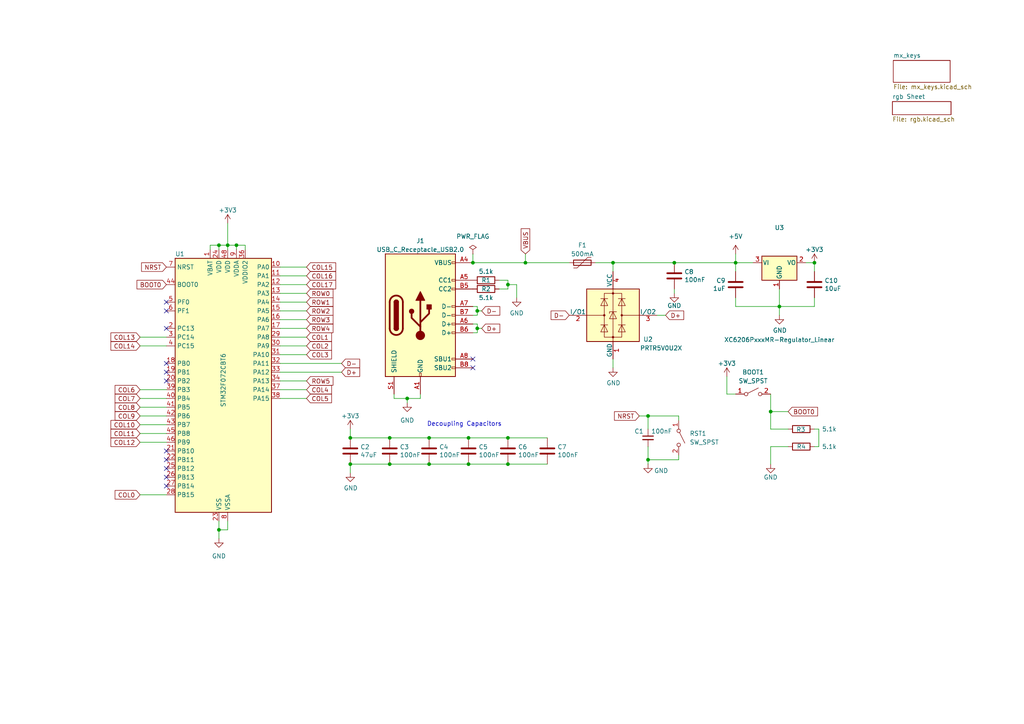
<source format=kicad_sch>
(kicad_sch (version 20231120) (generator "eeschema") (generator_version "8.0")
  (paper "A4")
  (title_block (title "Mioke80 Keyboard  QMK") (date "2024-07-25") (rev "1.0") (company "Michael O'Toole") (comment 1 "Open Source Hardware") (comment 2 "STM32F072CBT6"))
  (lib_symbols
    (symbol "Connector:USB_C_Receptacle_USB2.0" (pin_names (offset 1.016))
      (property "Reference" "J" (at -10.16 19.05 0))
      (property "Value" "USB_C_Receptacle_USB2.0" (at 19.05 19.05 0))
      (symbol "USB_C_Receptacle_USB2.0_0_0"
        (rectangle (start -0.254 -17.78) (end 0.254 -16.764))
        (rectangle (start 10.16 -14.986) (end 9.144 -15.494))
        (rectangle (start 10.16 -12.446) (end 9.144 -12.954))
        (rectangle (start 10.16 -4.826) (end 9.144 -5.334))
        (rectangle (start 10.16 -2.286) (end 9.144 -2.794))
        (rectangle (start 10.16 0.254) (end 9.144 -0.254))
        (rectangle (start 10.16 2.794) (end 9.144 2.286))
        (rectangle (start 10.16 7.874) (end 9.144 7.366))
        (rectangle (start 10.16 10.414) (end 9.144 9.906))
        (rectangle (start 10.16 15.494) (end 9.144 14.986))
      )
      (symbol "USB_C_Receptacle_USB2.0_0_1"
        (rectangle (start -10.16 17.78) (end 10.16 -17.78) (stroke (width 0.254)) (fill (type background)))
        (arc (start -8.89 -3.81) (mid -6.985 -5.7067) (end -5.08 -3.81) (stroke (width 0.508)))
        (arc (start -7.62 -3.81) (mid -6.985 -4.4423) (end -6.35 -3.81) (stroke (width 0.254)))
        (arc (start -7.62 -3.81) (mid -6.985 -4.4423) (end -6.35 -3.81) (stroke (width 0.254)) (fill (type outline)))
        (rectangle (start -7.62 -3.81) (end -6.35 3.81) (stroke (width 0.254)) (fill (type outline)))
        (arc (start -6.35 3.81) (mid -6.985 4.4423) (end -7.62 3.81) (stroke (width 0.254)))
        (arc (start -6.35 3.81) (mid -6.985 4.4423) (end -7.62 3.81) (stroke (width 0.254)) (fill (type outline)))
        (arc (start -5.08 3.81) (mid -6.985 5.7067) (end -8.89 3.81) (stroke (width 0.508)))
        (circle (center -2.54 1.143) (radius 0.635) (stroke (width 0.254)) (fill (type outline)))
        (circle (center 0 -5.842) (radius 1.27) (fill (type outline)))
        (polyline (pts (xy -8.89 -3.81) (xy -8.89 3.81)) (stroke (width 0.508)))
        (polyline (pts (xy -5.08 3.81) (xy -5.08 -3.81)) (stroke (width 0.508)))
        (polyline (pts (xy 0 -5.842) (xy 0 4.318)) (stroke (width 0.508)))
        (polyline (pts (xy 0 -3.302) (xy -2.54 -0.762) (xy -2.54 0.508)) (stroke (width 0.508)))
        (polyline (pts (xy 0 -2.032) (xy 2.54 0.508) (xy 2.54 1.778)) (stroke (width 0.508)))
        (polyline (pts (xy -1.27 4.318) (xy 0 6.858) (xy 1.27 4.318) (xy -1.27 4.318)) (stroke (width 0.254)) (fill (type outline)))
        (rectangle (start 1.905 1.778) (end 3.175 3.048) (stroke (width 0.254)) (fill (type outline)))
      )
      (symbol "USB_C_Receptacle_USB2.0_1_1"
        (pin passive line (at 0 -22.86 90) (length 5.08) (name "GND") (number "A1"))
        (pin passive line (at 0 -22.86 90) (length 5.08) hide (name "GND") (number "A12"))
        (pin passive line (at 15.24 15.24 180) (length 5.08) (name "VBUS") (number "A4"))
        (pin bidirectional line (at 15.24 10.16 180) (length 5.08) (name "CC1") (number "A5"))
        (pin bidirectional line (at 15.24 -2.54 180) (length 5.08) (name "D+") (number "A6"))
        (pin bidirectional line (at 15.24 2.54 180) (length 5.08) (name "D-") (number "A7"))
        (pin bidirectional line (at 15.24 -12.7 180) (length 5.08) (name "SBU1") (number "A8"))
        (pin passive line (at 15.24 15.24 180) (length 5.08) hide (name "VBUS") (number "A9"))
        (pin passive line (at 0 -22.86 90) (length 5.08) hide (name "GND") (number "B1"))
        (pin passive line (at 0 -22.86 90) (length 5.08) hide (name "GND") (number "B12"))
        (pin passive line (at 15.24 15.24 180) (length 5.08) hide (name "VBUS") (number "B4"))
        (pin bidirectional line (at 15.24 7.62 180) (length 5.08) (name "CC2") (number "B5"))
        (pin bidirectional line (at 15.24 -5.08 180) (length 5.08) (name "D+") (number "B6"))
        (pin bidirectional line (at 15.24 0 180) (length 5.08) (name "D-") (number "B7"))
        (pin bidirectional line (at 15.24 -15.24 180) (length 5.08) (name "SBU2") (number "B8"))
        (pin passive line (at 15.24 15.24 180) (length 5.08) hide (name "VBUS") (number "B9"))
        (pin passive line (at -7.62 -22.86 90) (length 5.08) (name "SHIELD") (number "S1"))
      )
    )
    (symbol "Device:C" (pin_numbers hide) (pin_names (offset 0.254))
      (property "Reference" "C" (at 0.635 2.54 0))
      (property "Value" "C" (at 0.635 -2.54 0))
      (symbol "C_0_1"
        (polyline (pts (xy -2.032 -0.762) (xy 2.032 -0.762)) (stroke (width 0.508)))
        (polyline (pts (xy -2.032 0.762) (xy 2.032 0.762)) (stroke (width 0.508)))
      )
      (symbol "C_1_1"
        (pin passive line (at 0 3.81 270) (length 2.794) (name "~") (number "1"))
        (pin passive line (at 0 -3.81 90) (length 2.794) (name "~") (number "2"))
      )
    )
    (symbol "Device:C_Small" (pin_numbers hide) (pin_names (offset 0.254) hide)
      (property "Reference" "C" (at 0.254 1.778 0))
      (property "Value" "C_Small" (at 0.254 -2.032 0))
      (symbol "C_Small_0_1"
        (polyline (pts (xy -1.524 -0.508) (xy 1.524 -0.508)) (stroke (width 0.3302)))
        (polyline (pts (xy -1.524 0.508) (xy 1.524 0.508)) (stroke (width 0.3048)))
      )
      (symbol "C_Small_1_1"
        (pin passive line (at 0 2.54 270) (length 2.032) (name "~") (number "1"))
        (pin passive line (at 0 -2.54 90) (length 2.032) (name "~") (number "2"))
      )
    )
    (symbol "Device:Polyfuse" (pin_numbers hide) (pin_names (offset 0))
      (property "Reference" "F" (at -2.54 0 90))
      (property "Value" "Polyfuse" (at 2.54 0 90))
      (symbol "Polyfuse_0_1"
        (rectangle (start -0.762 2.54) (end 0.762 -2.54) (stroke (width 0.254)))
        (polyline (pts (xy 0 2.54) (xy 0 -2.54)))
        (polyline (pts (xy -1.524 2.54) (xy -1.524 1.524) (xy 1.524 -1.524) (xy 1.524 -2.54)))
      )
      (symbol "Polyfuse_1_1"
        (pin passive line (at 0 3.81 270) (length 1.27) (name "~") (number "1"))
        (pin passive line (at 0 -3.81 90) (length 1.27) (name "~") (number "2"))
      )
    )
    (symbol "Device:R" (pin_numbers hide) (pin_names (offset 0))
      (property "Reference" "R" (at 2.032 0 90))
      (property "Value" "R" (at 0 0 90))
      (symbol "R_0_1"
        (rectangle (start -1.016 -2.54) (end 1.016 2.54) (stroke (width 0.254)))
      )
      (symbol "R_1_1"
        (pin passive line (at 0 3.81 270) (length 1.27) (name "~") (number "1"))
        (pin passive line (at 0 -3.81 90) (length 1.27) (name "~") (number "2"))
      )
    )
    (symbol "MCU_ST_STM32F0:STM32F072CBTx"
      (property "Reference" "U" (at -12.7 39.37 0))
      (property "Value" "STM32F072CBTx" (at 10.16 39.37 0))
      (symbol "STM32F072CBTx_0_1"
        (rectangle (start -12.7 -35.56) (end 15.24 38.1) (stroke (width 0.254)) (fill (type background)))
      )
      (symbol "STM32F072CBTx_1_1"
        (pin power_in line (at -2.54 40.64 270) (length 2.54) (name "VBAT") (number "1"))
        (pin bidirectional line (at 17.78 35.56 180) (length 2.54) (name "PA0") (number "10"))
        (pin bidirectional line (at 17.78 33.02 180) (length 2.54) (name "PA1") (number "11"))
        (pin bidirectional line (at 17.78 30.48 180) (length 2.54) (name "PA2") (number "12"))
        (pin bidirectional line (at 17.78 27.94 180) (length 2.54) (name "PA3") (number "13"))
        (pin bidirectional line (at 17.78 25.4 180) (length 2.54) (name "PA4") (number "14"))
        (pin bidirectional line (at 17.78 22.86 180) (length 2.54) (name "PA5") (number "15"))
        (pin bidirectional line (at 17.78 20.32 180) (length 2.54) (name "PA6") (number "16"))
        (pin bidirectional line (at 17.78 17.78 180) (length 2.54) (name "PA7") (number "17"))
        (pin bidirectional line (at -15.24 7.62 0) (length 2.54) (name "PB0") (number "18"))
        (pin bidirectional line (at -15.24 5.08 0) (length 2.54) (name "PB1") (number "19"))
        (pin bidirectional line (at -15.24 17.78 0) (length 2.54) (name "PC13") (number "2"))
        (pin bidirectional line (at -15.24 2.54 0) (length 2.54) (name "PB2") (number "20"))
        (pin bidirectional line (at -15.24 -17.78 0) (length 2.54) (name "PB10") (number "21"))
        (pin bidirectional line (at -15.24 -20.32 0) (length 2.54) (name "PB11") (number "22"))
        (pin power_in line (at 0 -38.1 90) (length 2.54) (name "VSS") (number "23"))
        (pin power_in line (at 0 40.64 270) (length 2.54) (name "VDD") (number "24"))
        (pin bidirectional line (at -15.24 -22.86 0) (length 2.54) (name "PB12") (number "25"))
        (pin bidirectional line (at -15.24 -25.4 0) (length 2.54) (name "PB13") (number "26"))
        (pin bidirectional line (at -15.24 -27.94 0) (length 2.54) (name "PB14") (number "27"))
        (pin bidirectional line (at -15.24 -30.48 0) (length 2.54) (name "PB15") (number "28"))
        (pin bidirectional line (at 17.78 15.24 180) (length 2.54) (name "PA8") (number "29"))
        (pin bidirectional line (at -15.24 15.24 0) (length 2.54) (name "PC14") (number "3"))
        (pin bidirectional line (at 17.78 12.7 180) (length 2.54) (name "PA9") (number "30"))
        (pin bidirectional line (at 17.78 10.16 180) (length 2.54) (name "PA10") (number "31"))
        (pin bidirectional line (at 17.78 7.62 180) (length 2.54) (name "PA11") (number "32"))
        (pin bidirectional line (at 17.78 5.08 180) (length 2.54) (name "PA12") (number "33"))
        (pin bidirectional line (at 17.78 2.54 180) (length 2.54) (name "PA13") (number "34"))
        (pin passive line (at 0 -38.1 90) (length 2.54) hide (name "VSS") (number "35"))
        (pin power_in line (at 7.62 40.64 270) (length 2.54) (name "VDDIO2") (number "36"))
        (pin bidirectional line (at 17.78 0 180) (length 2.54) (name "PA14") (number "37"))
        (pin bidirectional line (at 17.78 -2.54 180) (length 2.54) (name "PA15") (number "38"))
        (pin bidirectional line (at -15.24 0 0) (length 2.54) (name "PB3") (number "39"))
        (pin bidirectional line (at -15.24 12.7 0) (length 2.54) (name "PC15") (number "4"))
        (pin bidirectional line (at -15.24 -2.54 0) (length 2.54) (name "PB4") (number "40"))
        (pin bidirectional line (at -15.24 -5.08 0) (length 2.54) (name "PB5") (number "41"))
        (pin bidirectional line (at -15.24 -7.62 0) (length 2.54) (name "PB6") (number "42"))
        (pin bidirectional line (at -15.24 -10.16 0) (length 2.54) (name "PB7") (number "43"))
        (pin input line (at -15.24 30.48 0) (length 2.54) (name "BOOT0") (number "44"))
        (pin bidirectional line (at -15.24 -12.7 0) (length 2.54) (name "PB8") (number "45"))
        (pin bidirectional line (at -15.24 -15.24 0) (length 2.54) (name "PB9") (number "46"))
        (pin passive line (at 0 -38.1 90) (length 2.54) hide (name "VSS") (number "47"))
        (pin power_in line (at 2.54 40.64 270) (length 2.54) (name "VDD") (number "48"))
        (pin bidirectional line (at -15.24 25.4 0) (length 2.54) (name "PF0") (number "5"))
        (pin bidirectional line (at -15.24 22.86 0) (length 2.54) (name "PF1") (number "6"))
        (pin input line (at -15.24 35.56 0) (length 2.54) (name "NRST") (number "7"))
        (pin power_in line (at 2.54 -38.1 90) (length 2.54) (name "VSSA") (number "8"))
        (pin power_in line (at 5.08 40.64 270) (length 2.54) (name "VDDA") (number "9"))
      )
    )
    (symbol "Power_Protection:PRTR5V0U2X" (pin_names (offset 0))
      (property "Reference" "D" (at 2.794 8.636 0))
      (property "Value" "PRTR5V0U2X" (at 8.128 -9.398 0))
      (symbol "PRTR5V0U2X_0_1"
        (rectangle (start -7.62 -7.62) (end 7.62 7.62) (stroke (width 0.254)) (fill (type background)))
        (circle (center -2.54 0) (radius 0.254) (fill (type outline)))
        (rectangle (start -2.54 6.35) (end 2.54 -6.35))
        (circle (center 0 -6.35) (radius 0.254) (fill (type outline)))
        (polyline (pts (xy -2.54 0) (xy -7.62 0)))
        (polyline (pts (xy -1.524 -2.794) (xy -3.556 -2.794)))
        (polyline (pts (xy -1.524 4.826) (xy -3.556 4.826)))
        (polyline (pts (xy 0 -7.62) (xy 0 7.62)))
        (polyline (pts (xy 1.524 -2.794) (xy 3.556 -2.794)))
        (polyline (pts (xy 1.524 4.826) (xy 3.556 4.826)))
        (polyline (pts (xy 2.54 0) (xy 7.62 0)))
        (polyline (pts (xy 1.016 1.016) (xy -1.016 1.016) (xy -1.016 0.508)))
        (polyline (pts (xy -3.556 -4.826) (xy -1.524 -4.826) (xy -2.54 -2.794) (xy -3.556 -4.826)))
        (polyline (pts (xy -3.556 2.794) (xy -1.524 2.794) (xy -2.54 4.826) (xy -3.556 2.794)))
        (polyline (pts (xy -1.016 -1.016) (xy 1.016 -1.016) (xy 0 1.016) (xy -1.016 -1.016)))
        (polyline (pts (xy 3.556 -4.826) (xy 1.524 -4.826) (xy 2.54 -2.794) (xy 3.556 -4.826)))
        (polyline (pts (xy 3.556 2.794) (xy 1.524 2.794) (xy 2.54 4.826) (xy 3.556 2.794)))
        (circle (center 0 6.35) (radius 0.254) (fill (type outline)))
        (circle (center 2.54 0) (radius 0.254) (fill (type outline)))
      )
      (symbol "PRTR5V0U2X_1_1"
        (pin passive line (at 0 -12.7 90) (length 5.08) (name "GND") (number "1"))
        (pin passive line (at -12.7 0 0) (length 5.08) (name "I/O1") (number "2"))
        (pin passive line (at 12.7 0 180) (length 5.08) (name "I/O2") (number "3"))
        (pin passive line (at 0 12.7 270) (length 5.08) (name "VCC") (number "4"))
      )
    )
    (symbol "Switch:SW_SPST" (pin_names (offset 0) hide)
      (property "Reference" "SW" (at 0 3.175 0))
      (property "Value" "SW_SPST" (at 0 -2.54 0))
      (symbol "SW_SPST_0_0"
        (circle (center -2.032 0) (radius 0.508))
        (polyline (pts (xy -1.524 0.254) (xy 1.524 1.778)))
        (circle (center 2.032 0) (radius 0.508))
      )
      (symbol "SW_SPST_1_1"
        (pin passive line (at -5.08 0 0) (length 2.54) (name "A") (number "1"))
        (pin passive line (at 5.08 0 180) (length 2.54) (name "B") (number "2"))
      )
    )
    (symbol "kicad-keyboard-parts:XC6206PxxxMR-Regulator_Linear" (pin_names (offset 0.254))
      (property "Reference" "U" (at -3.81 3.175 0))
      (property "Value" "XC6206PxxxMR-Regulator_Linear" (at 0 3.175 0))
      (property "LCSC" "C5446" (at 0 0 0))
      (symbol "XC6206PxxxMR-Regulator_Linear_0_1"
        (rectangle (start -5.08 1.905) (end 5.08 -5.08) (stroke (width 0.254)) (fill (type background)))
      )
      (symbol "XC6206PxxxMR-Regulator_Linear_1_1"
        (pin power_in line (at 0 -7.62 90) (length 2.54) (name "GND") (number "1"))
        (pin power_out line (at 7.62 0 180) (length 2.54) (name "VO") (number "2"))
        (pin power_in line (at -7.62 0 0) (length 2.54) (name "VI") (number "3"))
      )
    )
    (symbol "power:+3V3" (power) (pin_names (offset 0))
      (property "Value" "+3V3" (at 0 3.556 0))
      (symbol "+3V3_0_1"
        (polyline (pts (xy -0.762 1.27) (xy 0 2.54)))
        (polyline (pts (xy 0 0) (xy 0 2.54)))
        (polyline (pts (xy 0 2.54) (xy 0.762 1.27)))
      )
      (symbol "+3V3_1_1"
        (pin power_in line (at 0 0 90) (length 0) hide (name "+3V3") (number "1"))
      )
    )
    (symbol "power:+5V" (power) (pin_names (offset 0))
      (property "Value" "+5V" (at 0 3.556 0))
      (symbol "+5V_0_1"
        (polyline (pts (xy -0.762 1.27) (xy 0 2.54)))
        (polyline (pts (xy 0 0) (xy 0 2.54)))
        (polyline (pts (xy 0 2.54) (xy 0.762 1.27)))
      )
      (symbol "+5V_1_1"
        (pin power_in line (at 0 0 90) (length 0) hide (name "+5V") (number "1"))
      )
    )
    (symbol "power:GND" (power) (pin_names (offset 0))
      (property "Value" "GND" (at 0 -3.81 0))
      (symbol "GND_0_1"
        (polyline (pts (xy 0 0) (xy 0 -1.27) (xy 1.27 -1.27) (xy 0 -2.54) (xy -1.27 -1.27) (xy 0 -1.27)))
      )
      (symbol "GND_1_1"
        (pin power_in line (at 0 0 270) (length 0) hide (name "GND") (number "1"))
      )
    )
    (symbol "power:PWR_FLAG" (power) (pin_numbers hide) (pin_names (offset 0) hide)
      (property "Value" "PWR_FLAG" (at 0 3.81 0))
      (symbol "PWR_FLAG_0_0"
        (pin power_out line (at 0 0 90) (length 0) (name "pwr") (number "1"))
      )
      (symbol "PWR_FLAG_0_1"
        (polyline (pts (xy 0 0) (xy 0 1.27) (xy -1.016 1.905) (xy 0 2.54) (xy 1.016 1.905) (xy 0 1.27)))
      )
    )
  )
  (junction (at 226.06 88.9))
  (junction (at 187.96 120.65))
  (junction (at 66.04 71.12))
  (junction (at 147.32 82.55))
  (junction (at 63.5 71.12))
  (junction (at 135.89 134.62))
  (junction (at 135.89 127))
  (junction (at 101.6 134.62))
  (junction (at 101.6 127))
  (junction (at 137.16 76.2))
  (junction (at 124.46 134.62))
  (junction (at 195.58 76.2))
  (junction (at 152.4 76.2))
  (junction (at 113.03 134.62))
  (junction (at 223.52 119.38))
  (junction (at 147.32 134.62))
  (junction (at 236.22 76.2))
  (junction (at 147.32 127))
  (junction (at 63.5 153.67))
  (junction (at 124.46 127))
  (junction (at 213.36 76.2))
  (junction (at 177.8 76.2))
  (junction (at 138.43 95.25))
  (junction (at 118.11 115.57))
  (junction (at 187.96 133.35))
  (junction (at 138.43 90.17))
  (junction (at 113.03 127))
  (junction (at 68.58 71.12))
  (no_connect (at 48.26 133.35))
  (no_connect (at 48.26 95.25))
  (no_connect (at 48.26 105.41))
  (no_connect (at 48.26 140.97))
  (no_connect (at 137.16 106.68))
  (no_connect (at 137.16 104.14))
  (no_connect (at 48.26 110.49))
  (no_connect (at 48.26 107.95))
  (no_connect (at 48.26 138.43))
  (no_connect (at 48.26 130.81))
  (no_connect (at 48.26 87.63))
  (no_connect (at 48.26 135.89))
  (no_connect (at 48.26 90.17))
  (wire (pts (xy 81.28 80.01) (xy 88.9 80.01)))
  (wire (pts (xy 147.32 134.62) (xy 158.75 134.62)))
  (wire (pts (xy 223.52 119.38) (xy 228.6 119.38)))
  (wire (pts (xy 137.16 96.52) (xy 138.43 96.52)))
  (wire (pts (xy 137.16 73.66) (xy 137.16 76.2)))
  (wire (pts (xy 196.85 120.65) (xy 196.85 121.92)))
  (wire (pts (xy 81.28 92.71) (xy 88.9 92.71)))
  (wire (pts (xy 177.8 76.2) (xy 195.58 76.2)))
  (wire (pts (xy 223.52 119.38) (xy 223.52 124.46)))
  (wire (pts (xy 223.52 129.54) (xy 228.6 129.54)))
  (wire (pts (xy 118.11 115.57) (xy 121.92 115.57)))
  (wire (pts (xy 71.12 71.12) (xy 71.12 72.39)))
  (wire (pts (xy 226.06 88.9) (xy 226.06 91.44)))
  (wire (pts (xy 137.16 88.9) (xy 138.43 88.9)))
  (wire (pts (xy 213.36 88.9) (xy 226.06 88.9)))
  (wire (pts (xy 81.28 95.25) (xy 88.9 95.25)))
  (wire (pts (xy 147.32 83.82) (xy 147.32 82.55)))
  (wire (pts (xy 66.04 64.77) (xy 66.04 71.12)))
  (wire (pts (xy 124.46 134.62) (xy 113.03 134.62)))
  (wire (pts (xy 144.78 83.82) (xy 147.32 83.82)))
  (wire (pts (xy 81.28 107.95) (xy 99.06 107.95)))
  (wire (pts (xy 138.43 90.17) (xy 138.43 91.44)))
  (wire (pts (xy 147.32 82.55) (xy 147.32 81.28)))
  (wire (pts (xy 213.36 114.3) (xy 210.82 114.3)))
  (wire (pts (xy 172.72 76.2) (xy 177.8 76.2)))
  (wire (pts (xy 118.11 116.84) (xy 118.11 115.57)))
  (wire (pts (xy 196.85 133.35) (xy 196.85 132.08)))
  (wire (pts (xy 68.58 71.12) (xy 68.58 72.39)))
  (wire (pts (xy 63.5 153.67) (xy 63.5 156.21)))
  (wire (pts (xy 147.32 82.55) (xy 149.86 82.55)))
  (wire (pts (xy 124.46 127) (xy 113.03 127)))
  (wire (pts (xy 68.58 71.12) (xy 71.12 71.12)))
  (wire (pts (xy 233.68 76.2) (xy 236.22 76.2)))
  (wire (pts (xy 213.36 76.2) (xy 213.36 78.74)))
  (wire (pts (xy 63.5 71.12) (xy 63.5 72.39)))
  (wire (pts (xy 187.96 120.65) (xy 196.85 120.65)))
  (wire (pts (xy 144.78 81.28) (xy 147.32 81.28)))
  (wire (pts (xy 213.36 86.36) (xy 213.36 88.9)))
  (wire (pts (xy 187.96 134.62) (xy 187.96 133.35)))
  (wire (pts (xy 81.28 100.33) (xy 88.9 100.33)))
  (wire (pts (xy 135.89 127) (xy 147.32 127)))
  (wire (pts (xy 81.28 110.49) (xy 88.9 110.49)))
  (wire (pts (xy 66.04 151.13) (xy 66.04 153.67)))
  (wire (pts (xy 210.82 114.3) (xy 210.82 109.22)))
  (wire (pts (xy 60.96 71.12) (xy 60.96 72.39)))
  (wire (pts (xy 81.28 102.87) (xy 88.9 102.87)))
  (wire (pts (xy 190.5 91.44) (xy 193.04 91.44)))
  (wire (pts (xy 40.64 115.57) (xy 48.26 115.57)))
  (wire (pts (xy 226.06 83.82) (xy 226.06 88.9)))
  (wire (pts (xy 195.58 83.82) (xy 195.58 85.09)))
  (wire (pts (xy 213.36 73.66) (xy 213.36 76.2)))
  (wire (pts (xy 124.46 127) (xy 135.89 127)))
  (wire (pts (xy 223.52 114.3) (xy 223.52 119.38)))
  (wire (pts (xy 68.58 71.12) (xy 66.04 71.12)))
  (wire (pts (xy 40.64 97.79) (xy 48.26 97.79)))
  (wire (pts (xy 101.6 137.16) (xy 101.6 134.62)))
  (wire (pts (xy 236.22 124.46) (xy 237.49 124.46)))
  (wire (pts (xy 40.64 120.65) (xy 48.26 120.65)))
  (wire (pts (xy 138.43 96.52) (xy 138.43 95.25)))
  (wire (pts (xy 223.52 124.46) (xy 228.6 124.46)))
  (wire (pts (xy 236.22 76.2) (xy 236.22 78.74)))
  (wire (pts (xy 137.16 93.98) (xy 138.43 93.98)))
  (wire (pts (xy 147.32 127) (xy 158.75 127)))
  (wire (pts (xy 101.6 124.46) (xy 101.6 127)))
  (wire (pts (xy 40.64 118.11) (xy 48.26 118.11)))
  (wire (pts (xy 138.43 90.17) (xy 139.7 90.17)))
  (wire (pts (xy 63.5 71.12) (xy 66.04 71.12)))
  (wire (pts (xy 187.96 133.35) (xy 196.85 133.35)))
  (wire (pts (xy 40.64 125.73) (xy 48.26 125.73)))
  (wire (pts (xy 177.8 106.68) (xy 177.8 104.14)))
  (wire (pts (xy 223.52 129.54) (xy 223.52 134.62)))
  (wire (pts (xy 63.5 151.13) (xy 63.5 153.67)))
  (wire (pts (xy 81.28 82.55) (xy 88.9 82.55)))
  (wire (pts (xy 63.5 153.67) (xy 66.04 153.67)))
  (wire (pts (xy 40.64 128.27) (xy 48.26 128.27)))
  (wire (pts (xy 114.3 115.57) (xy 118.11 115.57)))
  (wire (pts (xy 236.22 129.54) (xy 237.49 129.54)))
  (wire (pts (xy 60.96 71.12) (xy 63.5 71.12)))
  (wire (pts (xy 137.16 91.44) (xy 138.43 91.44)))
  (wire (pts (xy 114.3 114.3) (xy 114.3 115.57)))
  (wire (pts (xy 40.64 123.19) (xy 48.26 123.19)))
  (wire (pts (xy 138.43 93.98) (xy 138.43 95.25)))
  (wire (pts (xy 185.42 120.65) (xy 187.96 120.65)))
  (wire (pts (xy 195.58 76.2) (xy 213.36 76.2)))
  (wire (pts (xy 81.28 113.03) (xy 88.9 113.03)))
  (wire (pts (xy 138.43 95.25) (xy 139.7 95.25)))
  (wire (pts (xy 113.03 134.62) (xy 101.6 134.62)))
  (wire (pts (xy 81.28 90.17) (xy 88.9 90.17)))
  (wire (pts (xy 149.86 82.55) (xy 149.86 86.36)))
  (wire (pts (xy 121.92 115.57) (xy 121.92 114.3)))
  (wire (pts (xy 237.49 124.46) (xy 237.49 129.54)))
  (wire (pts (xy 81.28 105.41) (xy 99.06 105.41)))
  (wire (pts (xy 177.8 76.2) (xy 177.8 78.74)))
  (wire (pts (xy 152.4 73.66) (xy 152.4 76.2)))
  (wire (pts (xy 81.28 77.47) (xy 88.9 77.47)))
  (wire (pts (xy 187.96 120.65) (xy 187.96 124.46)))
  (wire (pts (xy 40.64 113.03) (xy 48.26 113.03)))
  (wire (pts (xy 81.28 97.79) (xy 88.9 97.79)))
  (wire (pts (xy 236.22 86.36) (xy 236.22 88.9)))
  (wire (pts (xy 81.28 115.57) (xy 88.9 115.57)))
  (wire (pts (xy 66.04 71.12) (xy 66.04 72.39)))
  (wire (pts (xy 113.03 127) (xy 101.6 127)))
  (wire (pts (xy 137.16 76.2) (xy 152.4 76.2)))
  (wire (pts (xy 138.43 88.9) (xy 138.43 90.17)))
  (wire (pts (xy 226.06 88.9) (xy 236.22 88.9)))
  (wire (pts (xy 81.28 87.63) (xy 88.9 87.63)))
  (wire (pts (xy 213.36 76.2) (xy 218.44 76.2)))
  (wire (pts (xy 124.46 134.62) (xy 135.89 134.62)))
  (wire (pts (xy 40.64 143.51) (xy 48.26 143.51)))
  (wire (pts (xy 152.4 76.2) (xy 165.1 76.2)))
  (wire (pts (xy 135.89 134.62) (xy 147.32 134.62)))
  (wire (pts (xy 187.96 129.54) (xy 187.96 133.35)))
  (wire (pts (xy 81.28 85.09) (xy 88.9 85.09)))
  (wire (pts (xy 40.64 100.33) (xy 48.26 100.33)))
  (text "Decoupling Capacitors" (at 123.825 123.825 0) (effects (font (size 1.27 1.27)) (justify left bottom)))
  (global_label "COL1" (shape input) (at 88.9 97.79 0) (property "Intersheetrefs" "${INTERSHEET_REFS}" (effects (hide yes))))
  (global_label "COL9" (shape input) (at 40.64 120.65 180) (property "Intersheetrefs" "${INTERSHEET_REFS}" (effects (hide yes))))
  (global_label "COL2" (shape input) (at 88.9 100.33 0) (property "Intersheetrefs" "${INTERSHEET_REFS}" (effects (hide yes))))
  (global_label "COL8" (shape input) (at 40.64 118.11 180) (property "Intersheetrefs" "${INTERSHEET_REFS}" (effects (hide yes))))
  (global_label "ROW3" (shape input) (at 88.9 92.71 0) (property "Intersheetrefs" "${INTERSHEET_REFS}" (effects (hide yes))))
  (global_label "COL5" (shape input) (at 88.9 115.57 0) (property "Intersheetrefs" "${INTERSHEET_REFS}" (effects (hide yes))))
  (global_label "ROW5" (shape input) (at 88.9 110.49 0) (property "Intersheetrefs" "${INTERSHEET_REFS}" (effects (hide yes))))
  (global_label "COL17" (shape input) (at 88.9 82.55 0) (property "Intersheetrefs" "${INTERSHEET_REFS}" (effects (hide yes))))
  (global_label "COL15" (shape input) (at 88.9 77.47 0) (property "Intersheetrefs" "${INTERSHEET_REFS}" (effects (hide yes))))
  (global_label "D-" (shape input) (at 99.06 105.41 0) (property "Intersheetrefs" "${INTERSHEET_REFS}" (effects (hide yes))))
  (global_label "COL6" (shape input) (at 40.64 113.03 180) (property "Intersheetrefs" "${INTERSHEET_REFS}" (effects (hide yes))))
  (global_label "ROW1" (shape input) (at 88.9 87.63 0) (property "Intersheetrefs" "${INTERSHEET_REFS}" (effects (hide yes))))
  (global_label "D-" (shape input) (at 165.1 91.44 180) (property "Intersheetrefs" "${INTERSHEET_REFS}" (effects (hide yes))))
  (global_label "COL14" (shape input) (at 40.64 100.33 180) (property "Intersheetrefs" "${INTERSHEET_REFS}" (effects (hide yes))))
  (global_label "BOOT0" (shape input) (at 48.26 82.55 180) (property "Intersheetrefs" "${INTERSHEET_REFS}" (effects (hide yes))))
  (global_label "D+" (shape input) (at 99.06 107.95 0) (property "Intersheetrefs" "${INTERSHEET_REFS}" (effects (hide yes))))
  (global_label "COL3" (shape input) (at 88.9 102.87 0) (property "Intersheetrefs" "${INTERSHEET_REFS}" (effects (hide yes))))
  (global_label "COL0" (shape input) (at 40.64 143.51 180) (property "Intersheetrefs" "${INTERSHEET_REFS}" (effects (hide yes))))
  (global_label "D+" (shape input) (at 193.04 91.44 0) (property "Intersheetrefs" "${INTERSHEET_REFS}" (effects (hide yes))))
  (global_label "COL11" (shape input) (at 40.64 125.73 180) (property "Intersheetrefs" "${INTERSHEET_REFS}" (effects (hide yes))))
  (global_label "D-" (shape input) (at 139.7 90.17 0) (property "Intersheetrefs" "${INTERSHEET_REFS}" (effects (hide yes))))
  (global_label "COL16" (shape input) (at 88.9 80.01 0) (property "Intersheetrefs" "${INTERSHEET_REFS}" (effects (hide yes))))
  (global_label "COL12" (shape input) (at 40.64 128.27 180) (property "Intersheetrefs" "${INTERSHEET_REFS}" (effects (hide yes))))
  (global_label "COL10" (shape input) (at 40.64 123.19 180) (property "Intersheetrefs" "${INTERSHEET_REFS}" (effects (hide yes))))
  (global_label "COL7" (shape input) (at 40.64 115.57 180) (property "Intersheetrefs" "${INTERSHEET_REFS}" (effects (hide yes))))
  (global_label "NRST" (shape input) (at 185.42 120.65 180) (property "Intersheetrefs" "${INTERSHEET_REFS}" (effects (hide yes))))
  (global_label "NRST" (shape input) (at 48.26 77.47 180) (property "Intersheetrefs" "${INTERSHEET_REFS}" (effects (hide yes))))
  (global_label "BOOT0" (shape input) (at 228.6 119.38 0) (property "Intersheetrefs" "${INTERSHEET_REFS}" (effects (hide yes))))
  (global_label "ROW4" (shape input) (at 88.9 95.25 0) (property "Intersheetrefs" "${INTERSHEET_REFS}" (effects (hide yes))))
  (global_label "D+" (shape input) (at 139.7 95.25 0) (property "Intersheetrefs" "${INTERSHEET_REFS}" (effects (hide yes))))
  (global_label "COL4" (shape input) (at 88.9 113.03 0) (property "Intersheetrefs" "${INTERSHEET_REFS}" (effects (hide yes))))
  (global_label "VBUS" (shape input) (at 152.4 73.66 90) (property "Intersheetrefs" "${INTERSHEET_REFS}" (effects (hide yes))))
  (global_label "ROW0" (shape input) (at 88.9 85.09 0) (property "Intersheetrefs" "${INTERSHEET_REFS}" (effects (hide yes))))
  (global_label "ROW2" (shape input) (at 88.9 90.17 0) (property "Intersheetrefs" "${INTERSHEET_REFS}" (effects (hide yes))))
  (global_label "COL13" (shape input) (at 40.64 97.79 180) (property "Intersheetrefs" "${INTERSHEET_REFS}" (effects (hide yes))))
  (symbol (lib_id "Connector:USB_C_Receptacle_USB2.0") (at 121.92 91.44 0) (unit 1)
    (property "Reference" "J1" (at 121.92 69.85 0))
    (property "Value" "USB_C_Receptacle_USB2.0" (at 121.92 72.39 0))
    (property "Footprint" "Connector_USB:USB_C_Receptacle_HRO_TYPE-C-31-M-12" (effects (hide yes)))
    (property "Datasheet" "https://www.usb.org/sites/default/files/documents/usb_type-c.zip" (effects (hide yes)))
    (property "JlcRotOffset" "180" (effects (hide yes)))
    (property "JlcPosOffset" "0,1.5" (effects (hide yes)))
  )
  (symbol (lib_id "power:+3V3") (at 66.04 64.77 0) (unit 1)
    (property "Reference" "#PWR01" (effects (hide yes)))
    (property "Value" "+3V3" (at 66.04 60.96 0))
  )
  (symbol (lib_id "Device:R") (at 232.41 124.46 90) (unit 1)
    (property "Reference" "R3" (at 232.283 124.587 90))
    (property "Value" "5.1k" (at 240.538 124.46 90))
    (property "Footprint" "Resistor_SMD:R_0402_1005Metric" (effects (hide yes)))
  )
  (symbol (lib_id "Device:C") (at 195.58 80.01 0) (unit 1)
    (property "Reference" "C8" (at 198.501 78.8416 0) (effects (justify left)))
    (property "Value" "100nF" (at 198.501 81.153 0) (effects (justify left)))
    (property "Footprint" "Capacitor_SMD:C_0402_1005Metric" (effects (hide yes)))
    (property "LCSC" "C307331" (effects (hide yes)))
  )
  (symbol (lib_id "Device:Polyfuse") (at 168.91 76.2 90) (unit 1)
    (property "Reference" "F1" (at 168.91 71.12 90))
    (property "Value" "500mA" (at 168.91 73.66 90))
    (property "Footprint" "Fuse:Fuse_1206_3216Metric" (effects (hide yes)))
    (property "LCSC" "C135341" (effects (hide yes)))
  )
  (symbol (lib_id "power:GND") (at 63.5 156.21 0) (unit 1)
    (property "Reference" "#PWR02" (effects (hide yes)))
    (property "Value" "GND" (at 63.5 161.29 0))
  )
  (symbol (lib_id "power:GND") (at 149.86 86.36 0) (unit 1)
    (property "Reference" "#PWR05" (effects (hide yes)))
    (property "Value" "GND" (at 149.86 90.805 0))
  )
  (symbol (lib_id "power:GND") (at 101.6 137.16 0) (unit 1)
    (property "Reference" "#PWR08" (effects (hide yes)))
    (property "Value" "GND" (at 101.727 141.5542 0))
  )
  (symbol (lib_id "MCU_ST_STM32F0:STM32F072CBTx") (at 63.5 113.03 0) (unit 1)
    (property "Reference" "U1" (at 50.8 73.66 0) (effects (justify left)))
    (property "Value" "STM32F072CBT6" (at 64.77 118.11 90) (effects (justify left)))
    (property "Footprint" "Package_QFP:LQFP-48_7x7mm_P0.5mm" (effects (hide yes)))
    (property "Datasheet" "https://www.st.com/resource/en/datasheet/stm32f072cb.pdf" (effects (hide yes)))
    (property "JlcRotOffset" "90" (effects (hide yes)))
  )
  (symbol (lib_id "Device:C") (at 147.32 130.81 0) (unit 1)
    (property "Reference" "C6" (at 150.241 129.6416 0) (effects (justify left)))
    (property "Value" "100nF" (at 150.241 131.953 0) (effects (justify left)))
    (property "Footprint" "Capacitor_SMD:C_0402_1005Metric" (effects (hide yes)))
    (property "LCSC" "C307331" (effects (hide yes)))
  )
  (symbol (lib_id "power:+3V3") (at 101.6 124.46 0) (unit 1)
    (property "Reference" "#PWR04" (effects (hide yes)))
    (property "Value" "+3V3" (at 101.6 120.65 0))
  )
  (symbol (lib_id "power:GND") (at 118.11 116.84 0) (unit 1)
    (property "Reference" "#PWR011" (effects (hide yes)))
    (property "Value" "GND" (at 118.11 121.92 0))
  )
  (symbol (lib_id "Device:C") (at 236.22 82.55 0) (unit 1)
    (property "Reference" "C10" (at 239.141 81.3816 0) (effects (justify left)))
    (property "Value" "10uF" (at 239.141 83.693 0) (effects (justify left)))
    (property "Footprint" "Capacitor_SMD:C_0805_2012Metric" (effects (hide yes)))
    (property "LCSC" "C307331" (effects (hide yes)))
  )
  (symbol (lib_id "kicad-keyboard-parts:XC6206PxxxMR-Regulator_Linear") (at 226.06 76.2 0) (unit 1)
    (property "Reference" "U3" (at 226.06 66.04 0))
    (property "Value" "XC6206PxxxMR-Regulator_Linear" (at 226.06 98.552 0))
    (property "Footprint" "Package_TO_SOT_SMD:SOT-23" (effects (hide yes)))
    (property "Datasheet" "https://www.torexsemi.com/file/xc6206/XC6206.pdf" (effects (hide yes)))
    (property "LCSC" "C5446" (effects (hide yes)))
  )
  (symbol (lib_id "power:GND") (at 223.52 134.62 0) (unit 1)
    (property "Reference" "#PWR07" (effects (hide yes)))
    (property "Value" "GND" (at 223.52 138.43 0))
  )
  (symbol (lib_id "power:+3V3") (at 210.82 109.22 0) (mirror y) (unit 1)
    (property "Reference" "#PWR03" (effects (hide yes)))
    (property "Value" "+3V3" (at 210.82 105.41 0))
  )
  (symbol (lib_id "power:+3V3") (at 236.22 76.2 0) (unit 1)
    (property "Reference" "#PWR012" (effects (hide yes)))
    (property "Value" "+3V3" (at 236.22 72.39 0))
  )
  (symbol (lib_id "power:PWR_FLAG") (at 137.16 73.66 0) (unit 1)
    (property "Reference" "#FLG01" (effects (hide yes)))
    (property "Value" "PWR_FLAG" (at 137.16 68.58 0))
    (property "Description" "Special symbol for telling ERC where power comes from" (effects (hide yes)))
  )
  (symbol (lib_id "Device:R") (at 140.97 81.28 270) (unit 1)
    (property "Reference" "R1" (at 140.97 81.28 90))
    (property "Value" "5.1k" (at 140.97 78.74 90))
    (property "Footprint" "Resistor_SMD:R_0402_1005Metric" (effects (hide yes)))
  )
  (symbol (lib_id "power:GND") (at 195.58 85.09 0) (unit 1)
    (property "Reference" "#PWR010" (effects (hide yes)))
    (property "Value" "GND" (at 195.58 88.646 0))
  )
  (symbol (lib_id "power:GND") (at 226.06 91.44 0) (unit 1)
    (property "Reference" "#PWR015" (effects (hide yes)))
    (property "Value" "GND" (at 226.187 95.8342 0))
  )
  (symbol (lib_id "power:+5V") (at 213.36 73.66 0) (unit 1)
    (property "Reference" "#PWR013" (effects (hide yes)))
    (property "Value" "+5V" (at 213.36 68.58 0))
  )
  (symbol (lib_id "Switch:SW_SPST") (at 218.44 114.3 0) (unit 1)
    (property "Reference" "BOOT1" (at 218.44 107.95 0))
    (property "Value" "SW_SPST" (at 218.44 110.49 0))
    (property "Footprint" "Button_Switch_SMD:SW_SPST_TL3342" (effects (hide yes)))
  )
  (symbol (lib_id "Device:C") (at 124.46 130.81 0) (unit 1)
    (property "Reference" "C4" (at 127.381 129.6416 0) (effects (justify left)))
    (property "Value" "100nF" (at 127.381 131.953 0) (effects (justify left)))
    (property "Footprint" "Capacitor_SMD:C_0402_1005Metric" (effects (hide yes)))
    (property "LCSC" "C307331" (effects (hide yes)))
  )
  (symbol (lib_id "power:GND") (at 187.96 134.62 0) (mirror y) (unit 1)
    (property "Reference" "#PWR06" (effects (hide yes)))
    (property "Value" "GND" (at 191.77 136.525 0))
  )
  (symbol (lib_id "Device:C") (at 113.03 130.81 0) (unit 1)
    (property "Reference" "C3" (at 115.951 129.6416 0) (effects (justify left)))
    (property "Value" "100nF" (at 115.951 131.953 0) (effects (justify left)))
    (property "Footprint" "Capacitor_SMD:C_0402_1005Metric" (effects (hide yes)))
    (property "LCSC" "C307331" (effects (hide yes)))
  )
  (symbol (lib_id "Device:C") (at 135.89 130.81 0) (unit 1)
    (property "Reference" "C5" (at 138.811 129.6416 0) (effects (justify left)))
    (property "Value" "100nF" (at 138.811 131.953 0) (effects (justify left)))
    (property "Footprint" "Capacitor_SMD:C_0402_1005Metric" (effects (hide yes)))
    (property "LCSC" "C307331" (effects (hide yes)))
  )
  (symbol (lib_id "Device:C") (at 213.36 82.55 0) (mirror y) (unit 1)
    (property "Reference" "C9" (at 210.439 81.3816 0) (effects (justify left)))
    (property "Value" "1uF" (at 210.439 83.693 0) (effects (justify left)))
    (property "Footprint" "Capacitor_SMD:C_0402_1005Metric" (effects (hide yes)))
    (property "LCSC" "C307331" (effects (hide yes)))
  )
  (symbol (lib_id "Power_Protection:PRTR5V0U2X") (at 177.8 91.44 0) (unit 1)
    (property "Reference" "U2" (at 187.96 98.425 0))
    (property "Value" "PRTR5V0U2X" (at 191.77 100.965 0))
    (property "Footprint" "Package_TO_SOT_SMD:SOT-143" (effects (hide yes)))
    (property "Datasheet" "https://assets.nexperia.com/documents/data-sheet/PRTR5V0U2X.pdf" (effects (hide yes)))
    (property "LCSC" "C2827688" (effects (hide yes)))
    (property "JlcRotOffset" "90" (effects (hide yes)))
  )
  (symbol (lib_id "Device:C") (at 101.6 130.81 0) (unit 1)
    (property "Reference" "C2" (at 104.521 129.6416 0) (effects (justify left)))
    (property "Value" "47uF" (at 104.521 131.953 0) (effects (justify left)))
    (property "Footprint" "Capacitor_SMD:C_0805_2012Metric" (effects (hide yes)))
    (property "LCSC" "C307331" (effects (hide yes)))
  )
  (symbol (lib_id "power:GND") (at 177.8 106.68 0) (unit 1)
    (property "Reference" "#PWR014" (effects (hide yes)))
    (property "Value" "GND" (at 177.927 111.0742 0))
  )
  (symbol (lib_id "Device:R") (at 232.41 129.54 270) (mirror x) (unit 1)
    (property "Reference" "R4" (at 232.41 129.54 90))
    (property "Value" "5.1k" (at 240.538 129.54 90))
    (property "Footprint" "Resistor_SMD:R_0402_1005Metric" (effects (hide yes)))
  )
  (symbol (lib_id "Switch:SW_SPST") (at 196.85 127 270) (unit 1)
    (property "Reference" "RST1" (at 200.025 125.73 90) (effects (justify left)))
    (property "Value" "SW_SPST" (at 200.025 128.27 90) (effects (justify left)))
    (property "Footprint" "Button_Switch_SMD:SW_SPST_TL3342" (effects (hide yes)))
  )
  (symbol (lib_id "Device:C_Small") (at 187.96 127 0) (mirror y) (unit 1)
    (property "Reference" "C1" (at 186.69 125.095 0) (effects (justify left)))
    (property "Value" "100nF" (at 194.945 125.095 0) (effects (justify left)))
    (property "Footprint" "Capacitor_SMD:C_0402_1005Metric" (effects (hide yes)))
    (property "LCSC" "C307331" (effects (hide yes)))
  )
  (symbol (lib_id "Device:R") (at 140.97 83.82 90) (unit 1)
    (property "Reference" "R2" (at 140.97 83.82 90))
    (property "Value" "5.1k" (at 140.97 86.36 90))
    (property "Footprint" "Resistor_SMD:R_0402_1005Metric" (effects (hide yes)))
  )
  (symbol (lib_id "Device:C") (at 158.75 130.81 0) (unit 1)
    (property "Reference" "C7" (at 161.671 129.6416 0) (effects (justify left)))
    (property "Value" "100nF" (at 161.671 131.953 0) (effects (justify left)))
    (property "Footprint" "Capacitor_SMD:C_0402_1005Metric" (effects (hide yes)))
    (property "LCSC" "C307331" (effects (hide yes)))
  )
  (sheet (at 259.08 17.526) (size 16.51 6.35) (stroke (width 0.1524))
    (property "Sheetname" "mx_keys" (at 259.08 16.8144 0) (effects (justify left bottom)))
    (property "Sheetfile" "mx_keys.kicad_sch" (at 259.08 24.4606 0) (effects (justify left top)))
  )
  (sheet (at 258.826 29.464) (size 17.018 3.81) (stroke (width 0.1524))
    (property "Sheetname" "rgb Sheet" (at 258.826 28.7524 0) (effects (justify left bottom)))
    (property "Sheetfile" "rgb.kicad_sch" (at 258.826 33.8586 0) (effects (justify left top)))
  )
)
</source>
